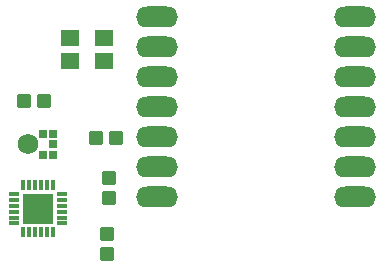
<source format=gbr>
%TF.GenerationSoftware,KiCad,Pcbnew,7.0.10*%
%TF.CreationDate,2024-01-29T15:01:41-08:00*%
%TF.ProjectId,FinalProject,46696e61-6c50-4726-9f6a-6563742e6b69,v2*%
%TF.SameCoordinates,Original*%
%TF.FileFunction,Soldermask,Top*%
%TF.FilePolarity,Negative*%
%FSLAX46Y46*%
G04 Gerber Fmt 4.6, Leading zero omitted, Abs format (unit mm)*
G04 Created by KiCad (PCBNEW 7.0.10) date 2024-01-29 15:01:41*
%MOMM*%
%LPD*%
G01*
G04 APERTURE LIST*
G04 Aperture macros list*
%AMRoundRect*
0 Rectangle with rounded corners*
0 $1 Rounding radius*
0 $2 $3 $4 $5 $6 $7 $8 $9 X,Y pos of 4 corners*
0 Add a 4 corners polygon primitive as box body*
4,1,4,$2,$3,$4,$5,$6,$7,$8,$9,$2,$3,0*
0 Add four circle primitives for the rounded corners*
1,1,$1+$1,$2,$3*
1,1,$1+$1,$4,$5*
1,1,$1+$1,$6,$7*
1,1,$1+$1,$8,$9*
0 Add four rect primitives between the rounded corners*
20,1,$1+$1,$2,$3,$4,$5,0*
20,1,$1+$1,$4,$5,$6,$7,0*
20,1,$1+$1,$6,$7,$8,$9,0*
20,1,$1+$1,$8,$9,$2,$3,0*%
G04 Aperture macros list end*
%ADD10RoundRect,0.050800X-0.262500X0.300000X-0.262500X-0.300000X0.262500X-0.300000X0.262500X0.300000X0*%
%ADD11C,1.726600*%
%ADD12O,3.556000X1.778000*%
%ADD13RoundRect,0.050800X0.750000X-0.620000X0.750000X0.620000X-0.750000X0.620000X-0.750000X-0.620000X0*%
%ADD14RoundRect,0.050800X-0.537500X-0.500000X0.537500X-0.500000X0.537500X0.500000X-0.537500X0.500000X0*%
%ADD15RoundRect,0.095400X0.095400X-0.355400X0.095400X0.355400X-0.095400X0.355400X-0.095400X-0.355400X0*%
%ADD16RoundRect,0.095400X-0.355400X-0.095400X0.355400X-0.095400X0.355400X0.095400X-0.355400X0.095400X0*%
%ADD17RoundRect,0.095400X-0.095400X0.355400X-0.095400X-0.355400X0.095400X-0.355400X0.095400X0.355400X0*%
%ADD18RoundRect,0.095400X0.355400X0.095400X-0.355400X0.095400X-0.355400X-0.095400X0.355400X-0.095400X0*%
%ADD19RoundRect,0.050800X-1.250000X1.250000X-1.250000X-1.250000X1.250000X-1.250000X1.250000X1.250000X0*%
%ADD20RoundRect,0.050800X-0.500000X0.537500X-0.500000X-0.537500X0.500000X-0.537500X0.500000X0.537500X0*%
G04 APERTURE END LIST*
D10*
%TO.C,IC1*%
X113414000Y-104267000D03*
X113414000Y-105167000D03*
X112564000Y-105167000D03*
D11*
X111304000Y-104267000D03*
D10*
X112564000Y-103367000D03*
X113414000Y-103367000D03*
%TD*%
D12*
%TO.C,U1*%
X122174000Y-93472000D03*
X122174000Y-96012000D03*
X122174000Y-98552000D03*
X122174000Y-101092000D03*
X122174000Y-103632000D03*
X122174000Y-106172000D03*
X122174000Y-108712000D03*
X138938000Y-93472000D03*
X138938000Y-96012000D03*
X138938000Y-98552000D03*
X138938000Y-101092000D03*
X138938000Y-103632000D03*
X138938000Y-106172000D03*
X138938000Y-108712000D03*
%TD*%
D13*
%TO.C,C7*%
X114808000Y-97216000D03*
X114808000Y-95316000D03*
%TD*%
D14*
%TO.C,R2*%
X117006000Y-103759000D03*
X118706000Y-103759000D03*
%TD*%
D15*
%TO.C,U3*%
X113391000Y-107728000D03*
X112891000Y-107728000D03*
X112391000Y-107728000D03*
X111891000Y-107728000D03*
X111391000Y-107728000D03*
X110891000Y-107728000D03*
D16*
X110141000Y-108478000D03*
X110141000Y-108978000D03*
X110141000Y-109478000D03*
X110141000Y-109978000D03*
X110141000Y-110478000D03*
X110141000Y-110978000D03*
D17*
X110891000Y-111728000D03*
X111391000Y-111728000D03*
X111891000Y-111728000D03*
X112391000Y-111728000D03*
X112891000Y-111728000D03*
X113391000Y-111728000D03*
D18*
X114141000Y-110978000D03*
X114141000Y-110478000D03*
X114141000Y-109978000D03*
X114141000Y-109478000D03*
X114141000Y-108978000D03*
X114141000Y-108478000D03*
D19*
X112141000Y-109728000D03*
%TD*%
D20*
%TO.C,C5*%
X117983000Y-111838000D03*
X117983000Y-113538000D03*
%TD*%
D14*
%TO.C,R1*%
X110910000Y-100584000D03*
X112610000Y-100584000D03*
%TD*%
D20*
%TO.C,R3*%
X118110000Y-107100000D03*
X118110000Y-108800000D03*
%TD*%
D13*
%TO.C,C6*%
X117729000Y-97216000D03*
X117729000Y-95316000D03*
%TD*%
M02*

</source>
